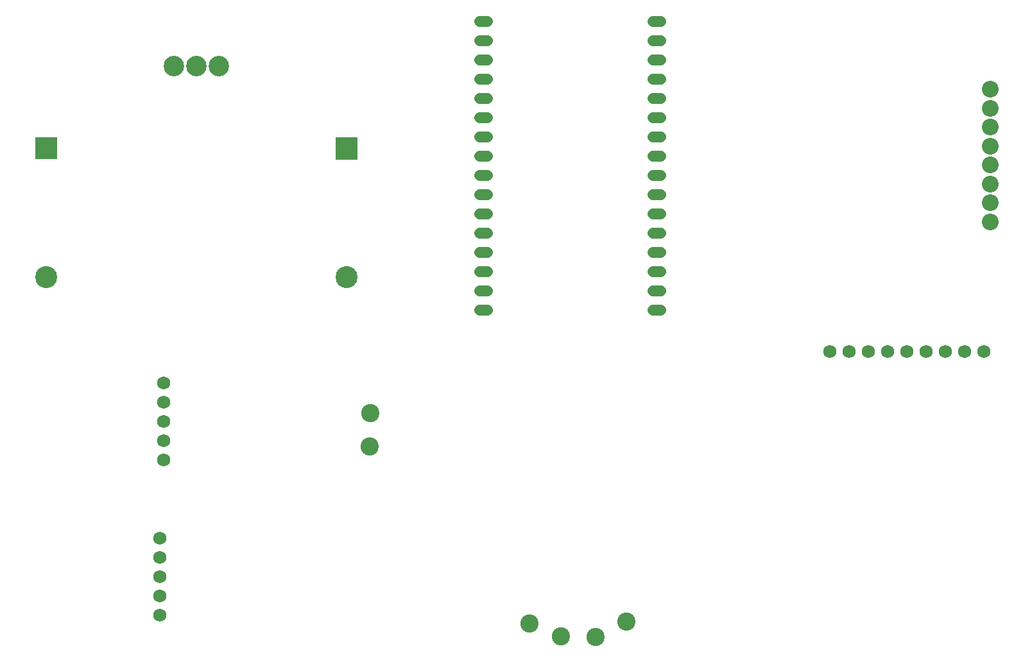
<source format=gbs>
G04 Layer: BottomSolderMaskLayer*
G04 EasyEDA v6.3.43, 2020-05-15T22:20:22+02:00*
G04 2a45f1baba6d49658d6ac03e146227c1,5baed10d790843e69a81d1d62c5cb733,10*
G04 Gerber Generator version 0.2*
G04 Scale: 100 percent, Rotated: No, Reflected: No *
G04 Dimensions in millimeters *
G04 leading zeros omitted , absolute positions ,3 integer and 3 decimal *
%FSLAX33Y33*%
%MOMM*%
G90*
G71D02*

%ADD24C,1.473200*%
%ADD25C,1.727200*%
%ADD26C,2.703195*%
%ADD27C,2.403196*%
%ADD28C,2.203196*%
%ADD29C,2.903220*%

%LPD*%
G54D24*
G01X91059Y59436D02*
G01X92075Y59436D01*
G01X91059Y61976D02*
G01X92075Y61976D01*
G01X91059Y64516D02*
G01X92075Y64516D01*
G01X91059Y67056D02*
G01X92075Y67056D01*
G01X91059Y51816D02*
G01X92075Y51816D01*
G01X91059Y69596D02*
G01X92075Y69596D01*
G01X91059Y72136D02*
G01X92075Y72136D01*
G01X91059Y87376D02*
G01X92075Y87376D01*
G01X91059Y74676D02*
G01X92075Y74676D01*
G01X68199Y54356D02*
G01X69215Y54356D01*
G01X91059Y56896D02*
G01X92075Y56896D01*
G01X91059Y77216D02*
G01X92075Y77216D01*
G01X91059Y84836D02*
G01X92075Y84836D01*
G01X91059Y79756D02*
G01X92075Y79756D01*
G01X91059Y82296D02*
G01X92075Y82296D01*
G01X91059Y89916D02*
G01X92075Y89916D01*
G01X68199Y89916D02*
G01X69215Y89916D01*
G01X68199Y87376D02*
G01X69215Y87376D01*
G01X68199Y84836D02*
G01X69215Y84836D01*
G01X68199Y82296D02*
G01X69215Y82296D01*
G01X68199Y79756D02*
G01X69215Y79756D01*
G01X68199Y77216D02*
G01X69215Y77216D01*
G01X68199Y74676D02*
G01X69215Y74676D01*
G01X91059Y54356D02*
G01X92075Y54356D01*
G01X68199Y56896D02*
G01X69215Y56896D01*
G01X68199Y59436D02*
G01X69215Y59436D01*
G01X68199Y61976D02*
G01X69215Y61976D01*
G01X68199Y64516D02*
G01X69215Y64516D01*
G01X68199Y67056D02*
G01X69215Y67056D01*
G01X68199Y69596D02*
G01X69215Y69596D01*
G01X68199Y72136D02*
G01X69215Y72136D01*
G01X68199Y51816D02*
G01X69215Y51816D01*
G54D25*
G01X26035Y21717D03*
G01X26035Y19177D03*
G01X26035Y16637D03*
G01X26035Y14097D03*
G01X26035Y11557D03*
G01X26543Y42164D03*
G01X26543Y39624D03*
G01X26543Y37084D03*
G01X26543Y34544D03*
G01X26543Y32004D03*
G54D26*
G01X33893Y84046D03*
G01X30894Y84046D03*
G01X27894Y84046D03*
G54D27*
G01X74803Y10414D03*
G01X53721Y33782D03*
G01X53848Y38227D03*
G01X78994Y8763D03*
G01X83566Y8636D03*
G01X87630Y10668D03*
G54D28*
G01X135645Y63439D03*
G01X135645Y65939D03*
G01X135645Y68441D03*
G01X135645Y70940D03*
G01X135645Y73439D03*
G01X135645Y75939D03*
G01X135645Y80940D03*
G01X135645Y78441D03*
G54D29*
G01X11076Y56116D03*
G36*
G01X9657Y71744D02*
G01X9657Y74648D01*
G01X12560Y74648D01*
G01X12560Y71744D01*
G01X9657Y71744D01*
G37*
G36*
G01X49253Y71686D02*
G01X49253Y74589D01*
G01X52156Y74589D01*
G01X52156Y71686D01*
G01X49253Y71686D01*
G37*
G01X50706Y56121D03*
G54D25*
G01X116967Y46355D03*
G01X119507Y46355D03*
G01X122047Y46355D03*
G01X124587Y46355D03*
G01X127127Y46355D03*
G01X129667Y46355D03*
G01X132207Y46355D03*
G01X134747Y46355D03*
G01X114427Y46355D03*
M00*
M02*

</source>
